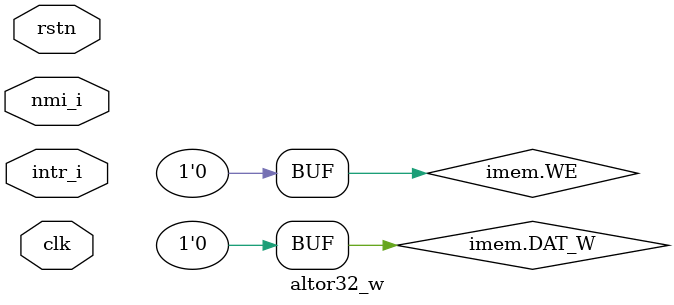
<source format=sv>
/****************************************************************************
 * altor32_w.sv
 ****************************************************************************/

/**
 * Module: altor32_w
 * 
 * TODO: Add module documentation
 */
module altor32_w #(
		parameter BOOT_VECTOR 			= 32'h1000_0000,
		parameter ISR_VECTOR 			= 32'h1000_0000,
		parameter REGISTER_FILE_TYPE 	= "SIMULATION",
		parameter ENABLE_ICACHE			= "ENABLED",
		parameter ENABLE_DCACHE			= "ENABLED",
//		parameter ENABLE_ICACHE			= "DISABLED",
//		parameter ENABLE_DCACHE			= "DISABLED",
		parameter SUPPORT_32REGS		= "ENABLED",
		parameter PIPELINED_FETCH		= "ENABLED"
		) (
		input				clk,
		input				rstn,
		input				intr_i,
		input				nmi_i,
		wb_if.master		imem,
		wb_if.master		dmem
		);
	
	wire fault_o;
	wire break_o;
	
	assign imem.WE = 1'b0;
	assign imem.DAT_W = 'b0;
	
	wire i_stall;
	assign i_stall = (imem.CYC & imem.STB && !imem.ACK);
	wire d_stall;
	assign d_stall = (dmem.CYC & dmem.STB && !dmem.ACK);
	
	cpu #(
			.BOOT_VECTOR(BOOT_VECTOR),
			.ISR_VECTOR(ISR_VECTOR),
			.REGISTER_FILE_TYPE(REGISTER_FILE_TYPE),
			.ENABLE_ICACHE(ENABLE_ICACHE),
			.ENABLE_DCACHE(ENABLE_DCACHE),
			.SUPPORT_32REGS(SUPPORT_32REGS),
			.PIPELINED_FETCH(PIPELINED_FETCH)
		) u_cpu (
		.clk_i         (clk			), 
		.rst_i         (~rstn        ), 
		.intr_i        (intr_i       ), 
		.nmi_i         (nmi_i        ), 
		.fault_o       (fault_o      ), 
		.break_o       (break_o      ), 
		.imem_addr_o   (imem.ADR  ), 
		.imem_dat_i    (imem.DAT_R   ), 
		.imem_cti_o    (imem.CTI   ), 
		.imem_cyc_o    (imem.CYC   ), 
		.imem_stb_o    (imem.STB   ), 
		.imem_stall_i  (i_stall		), 
		.imem_ack_i    (imem.ACK   ), 
		
		.dmem_addr_o   (dmem.ADR  ), 
		.dmem_dat_o    (dmem.DAT_W   ), 
		.dmem_dat_i    (dmem.DAT_R   ), 
		.dmem_sel_o    (dmem.SEL   ), 
		.dmem_cti_o    (dmem.CTI   ), 
		.dmem_cyc_o    (dmem.CYC   ), 
		.dmem_we_o     (dmem.WE    ), 
		.dmem_stb_o    (dmem.STB   ), 
		.dmem_stall_i  (d_stall		), 
		.dmem_ack_i    (dmem.ACK   ));


endmodule



</source>
